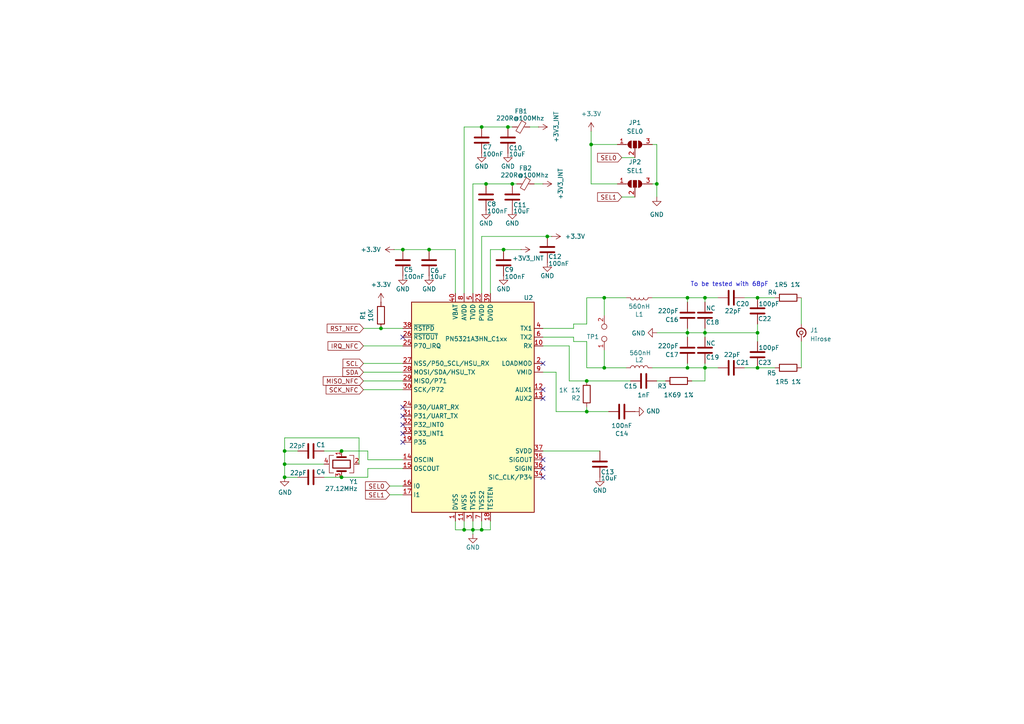
<source format=kicad_sch>
(kicad_sch (version 20231120) (generator "eeschema") (generator_version "8.0")
  (paper "A4")
  (lib_symbols
    (symbol "Connector:Conn_Coaxial_Small" (pin_numbers hide) (pin_names (offset 1.016) hide)
      (property "Reference" "J" (at 0.254 3.048 0))
      (property "Value" "Conn_Coaxial_Small" (at 0 -3.81 0))
      (symbol "Conn_Coaxial_Small_0_1"
        (polyline (pts (xy -2.54 0) (xy -0.508 0)))
        (circle (center 0 0) (radius 0.508) (stroke (width 0.2032)))
      )
      (symbol "Conn_Coaxial_Small_1_1"
        (arc (start -1.1916 -0.6311) (mid 0.327 -1.3081) (end 1.3484 0.0039) (stroke (width 0.3048)))
        (arc (start 1.3484 -0.0039) (mid 0.327 1.3081) (end -1.1916 0.6311) (stroke (width 0.3048)))
        (pin passive line (at -2.54 0 0) (length 1.27) (name "In") (number "1"))
        (pin passive line (at 2.54 0 180) (length 1.27) (name "Ext") (number "2"))
      )
    )
    (symbol "Connector:TestPoint_2Pole" (pin_names (offset 0.762) hide)
      (property "Reference" "TP" (at 0 1.524 0))
      (property "Value" "TestPoint_2Pole" (at 0 -1.778 0))
      (symbol "TestPoint_2Pole_0_1"
        (circle (center -1.778 0) (radius 0.762))
        (circle (center 1.778 0) (radius 0.762))
        (pin passive line (at -5.08 0 0) (length 2.54) (name "1") (number "1"))
        (pin passive line (at 5.08 0 180) (length 2.54) (name "2") (number "2"))
      )
    )
    (symbol "Device:C" (pin_numbers hide) (pin_names (offset 0.254))
      (property "Reference" "C" (at 0.635 2.54 0))
      (property "Value" "C" (at 0.635 -2.54 0))
      (symbol "C_0_1"
        (polyline (pts (xy -2.032 -0.762) (xy 2.032 -0.762)) (stroke (width 0.508)))
        (polyline (pts (xy -2.032 0.762) (xy 2.032 0.762)) (stroke (width 0.508)))
      )
      (symbol "C_1_1"
        (pin passive line (at 0 3.81 270) (length 2.794) (name "~") (number "1"))
        (pin passive line (at 0 -3.81 90) (length 2.794) (name "~") (number "2"))
      )
    )
    (symbol "Device:Crystal_GND24" (pin_names (offset 1.016) hide)
      (property "Reference" "Y" (at 3.175 5.08 0))
      (property "Value" "Crystal_GND24" (at 3.175 3.175 0))
      (symbol "Crystal_GND24_0_1"
        (rectangle (start -1.143 2.54) (end 1.143 -2.54) (stroke (width 0.3048)))
        (polyline (pts (xy -2.54 0) (xy -2.032 0)))
        (polyline (pts (xy -2.032 -1.27) (xy -2.032 1.27)) (stroke (width 0.508)))
        (polyline (pts (xy 0 -3.81) (xy 0 -3.556)))
        (polyline (pts (xy 0 3.556) (xy 0 3.81)))
        (polyline (pts (xy 2.032 -1.27) (xy 2.032 1.27)) (stroke (width 0.508)))
        (polyline (pts (xy 2.032 0) (xy 2.54 0)))
        (polyline (pts (xy -2.54 -2.286) (xy -2.54 -3.556) (xy 2.54 -3.556) (xy 2.54 -2.286)))
        (polyline (pts (xy -2.54 2.286) (xy -2.54 3.556) (xy 2.54 3.556) (xy 2.54 2.286)))
      )
      (symbol "Crystal_GND24_1_1"
        (pin passive line (at -3.81 0 0) (length 1.27) (name "1") (number "1"))
        (pin passive line (at 0 5.08 270) (length 1.27) (name "2") (number "2"))
        (pin passive line (at 3.81 0 180) (length 1.27) (name "3") (number "3"))
        (pin passive line (at 0 -5.08 90) (length 1.27) (name "4") (number "4"))
      )
    )
    (symbol "Device:FerriteBead_Small" (pin_numbers hide) (pin_names (offset 0))
      (property "Reference" "FB" (at 1.905 1.27 0))
      (property "Value" "FerriteBead_Small" (at 1.905 -1.27 0))
      (symbol "FerriteBead_Small_0_1"
        (polyline (pts (xy 0 -1.27) (xy 0 -0.7874)))
        (polyline (pts (xy 0 0.889) (xy 0 1.2954)))
        (polyline (pts (xy -1.8288 0.2794) (xy -1.1176 1.4986) (xy 1.8288 -0.2032) (xy 1.1176 -1.4224) (xy -1.8288 0.2794)))
      )
      (symbol "FerriteBead_Small_1_1"
        (pin passive line (at 0 2.54 270) (length 1.27) (name "~") (number "1"))
        (pin passive line (at 0 -2.54 90) (length 1.27) (name "~") (number "2"))
      )
    )
    (symbol "Device:L" (pin_numbers hide) (pin_names (offset 1.016) hide)
      (property "Reference" "L" (at -1.27 0 90))
      (property "Value" "L" (at 1.905 0 90))
      (symbol "L_0_1"
        (arc (start 0 -2.54) (mid 0.6323 -1.905) (end 0 -1.27))
        (arc (start 0 -1.27) (mid 0.6323 -0.635) (end 0 0))
        (arc (start 0 0) (mid 0.6323 0.635) (end 0 1.27))
        (arc (start 0 1.27) (mid 0.6323 1.905) (end 0 2.54))
      )
      (symbol "L_1_1"
        (pin passive line (at 0 3.81 270) (length 1.27) (name "1") (number "1"))
        (pin passive line (at 0 -3.81 90) (length 1.27) (name "2") (number "2"))
      )
    )
    (symbol "Device:R" (pin_numbers hide) (pin_names (offset 0))
      (property "Reference" "R" (at 2.032 0 90))
      (property "Value" "R" (at 0 0 90))
      (symbol "R_0_1"
        (rectangle (start -1.016 -2.54) (end 1.016 2.54) (stroke (width 0.254)))
      )
      (symbol "R_1_1"
        (pin passive line (at 0 3.81 270) (length 1.27) (name "~") (number "1"))
        (pin passive line (at 0 -3.81 90) (length 1.27) (name "~") (number "2"))
      )
    )
    (symbol "Jumper:SolderJumper_3_Open" (pin_names (offset 0) hide) (exclude_from_sim yes) (in_bom no)
      (property "Reference" "JP" (at -2.54 -2.54 0))
      (property "Value" "SolderJumper_3_Open" (at 0 2.794 0))
      (symbol "SolderJumper_3_Open_0_1"
        (arc (start -1.016 1.016) (mid -2.0276 0) (end -1.016 -1.016))
        (arc (start -1.016 1.016) (mid -2.0276 0) (end -1.016 -1.016) (fill (type outline)))
        (rectangle (start -0.508 1.016) (end 0.508 -1.016) (fill (type outline)))
        (polyline (pts (xy -2.54 0) (xy -2.032 0)))
        (polyline (pts (xy -1.016 1.016) (xy -1.016 -1.016)))
        (polyline (pts (xy 0 -1.27) (xy 0 -1.016)))
        (polyline (pts (xy 1.016 1.016) (xy 1.016 -1.016)))
        (polyline (pts (xy 2.54 0) (xy 2.032 0)))
        (arc (start 1.016 -1.016) (mid 2.0276 0) (end 1.016 1.016))
        (arc (start 1.016 -1.016) (mid 2.0276 0) (end 1.016 1.016) (fill (type outline)))
      )
      (symbol "SolderJumper_3_Open_1_1"
        (pin passive line (at -5.08 0 0) (length 2.54) (name "A") (number "1"))
        (pin passive line (at 0 -3.81 90) (length 2.54) (name "C") (number "2"))
        (pin passive line (at 5.08 0 180) (length 2.54) (name "B") (number "3"))
      )
    )
    (symbol "RF_NFC:PN5321A3HN_C1xx"
      (property "Reference" "U" (at -15.24 31.75 0))
      (property "Value" "PN5321A3HN_C1xx" (at 15.24 31.75 0))
      (symbol "PN5321A3HN_C1xx_0_1"
        (rectangle (start -17.78 30.48) (end 17.78 -30.48) (stroke (width 0.254)) (fill (type background)))
      )
      (symbol "PN5321A3HN_C1xx_1_1"
        (pin power_in line (at -5.08 -33.02 90) (length 2.54) (name "DVSS") (number "1"))
        (pin input line (at 20.32 17.78 180) (length 2.54) (name "RX") (number "10"))
        (pin power_in line (at -2.54 -33.02 90) (length 2.54) (name "AVSS") (number "11"))
        (pin output line (at 20.32 5.08 180) (length 2.54) (name "AUX1") (number "12"))
        (pin output line (at 20.32 2.54 180) (length 2.54) (name "AUX2") (number "13"))
        (pin input line (at -20.32 -15.24 0) (length 2.54) (name "OSCIN") (number "14"))
        (pin output line (at -20.32 -17.78 0) (length 2.54) (name "OSCOUT") (number "15"))
        (pin passive line (at -20.32 -22.86 0) (length 2.54) (name "I0") (number "16"))
        (pin passive line (at -20.32 -25.4 0) (length 2.54) (name "I1") (number "17"))
        (pin passive line (at 5.08 -33.02 90) (length 2.54) (name "TESTEN") (number "18"))
        (pin bidirectional line (at -20.32 -10.16 0) (length 2.54) (name "P35") (number "19"))
        (pin output line (at 20.32 12.7 180) (length 2.54) (name "LOADMOD") (number "2"))
        (pin no_connect line (at 17.78 -2.54 180) (length 2.54) hide (name "N.C.") (number "20"))
        (pin no_connect line (at 17.78 -5.08 180) (length 2.54) hide (name "N.C.") (number "21"))
        (pin no_connect line (at 17.78 -7.62 180) (length 2.54) hide (name "N.C.") (number "22"))
        (pin power_in line (at 2.54 33.02 270) (length 2.54) (name "PVDD") (number "23"))
        (pin bidirectional line (at -20.32 0 0) (length 2.54) (name "P30/UART_RX") (number "24"))
        (pin bidirectional line (at -20.32 17.78 0) (length 2.54) (name "P70_IRQ") (number "25"))
        (pin output line (at -20.32 20.32 0) (length 2.54) (name "~{RSTOUT}") (number "26"))
        (pin bidirectional line (at -20.32 12.7 0) (length 2.54) (name "NSS/P50_SCL/HSU_RX") (number "27"))
        (pin bidirectional line (at -20.32 10.16 0) (length 2.54) (name "MOSI/SDA/HSU_TX") (number "28"))
        (pin bidirectional line (at -20.32 7.62 0) (length 2.54) (name "MISO/P71") (number "29"))
        (pin power_in line (at 0 -33.02 90) (length 2.54) (name "TVSS1") (number "3"))
        (pin bidirectional line (at -20.32 5.08 0) (length 2.54) (name "SCK/P72") (number "30"))
        (pin bidirectional line (at -20.32 -2.54 0) (length 2.54) (name "P31/UART_TX") (number "31"))
        (pin bidirectional line (at -20.32 -5.08 0) (length 2.54) (name "P32_INT0") (number "32"))
        (pin bidirectional line (at -20.32 -7.62 0) (length 2.54) (name "P33_INT1") (number "33"))
        (pin bidirectional line (at 20.32 -20.32 180) (length 2.54) (name "SIC_CLK/P34") (number "34"))
        (pin output line (at 20.32 -15.24 180) (length 2.54) (name "SIGOUT") (number "35"))
        (pin input line (at 20.32 -17.78 180) (length 2.54) (name "SIGIN") (number "36"))
        (pin output line (at 20.32 -12.7 180) (length 2.54) (name "SVDD") (number "37"))
        (pin input line (at -20.32 22.86 0) (length 2.54) (name "~{RSTPD}") (number "38"))
        (pin power_out line (at 5.08 33.02 270) (length 2.54) (name "DVDD") (number "39"))
        (pin output line (at 20.32 22.86 180) (length 2.54) (name "TX1") (number "4"))
        (pin power_in line (at -5.08 33.02 270) (length 2.54) (name "VBAT") (number "40"))
        (pin passive line (at -2.54 -33.02 90) (length 2.54) hide (name "AVSS") (number "41"))
        (pin power_in line (at 0 33.02 270) (length 2.54) (name "TVDD") (number "5"))
        (pin output line (at 20.32 20.32 180) (length 2.54) (name "TX2") (number "6"))
        (pin power_in line (at 2.54 -33.02 90) (length 2.54) (name "TVSS2") (number "7"))
        (pin power_in line (at -2.54 33.02 270) (length 2.54) (name "AVDD") (number "8"))
        (pin output line (at 20.32 10.16 180) (length 2.54) (name "VMID") (number "9"))
      )
    )
    (symbol "power:+3.3V" (power) (pin_numbers hide) (pin_names (offset 0) hide)
      (property "Value" "+3.3V" (at 0 3.556 0))
      (symbol "+3.3V_0_1"
        (polyline (pts (xy -0.762 1.27) (xy 0 2.54)))
        (polyline (pts (xy 0 0) (xy 0 2.54)))
        (polyline (pts (xy 0 2.54) (xy 0.762 1.27)))
      )
      (symbol "+3.3V_1_1"
        (pin power_in line (at 0 0 90) (length 0) (name "~") (number "1"))
      )
    )
    (symbol "power:+3V3" (power) (pin_numbers hide) (pin_names (offset 0) hide)
      (property "Value" "+3V3" (at 0 3.556 0))
      (symbol "+3V3_0_1"
        (polyline (pts (xy -0.762 1.27) (xy 0 2.54)))
        (polyline (pts (xy 0 0) (xy 0 2.54)))
        (polyline (pts (xy 0 2.54) (xy 0.762 1.27)))
      )
      (symbol "+3V3_1_1"
        (pin power_in line (at 0 0 90) (length 0) (name "~") (number "1"))
      )
    )
    (symbol "power:GND" (power) (pin_numbers hide) (pin_names (offset 0) hide)
      (property "Value" "GND" (at 0 -3.81 0))
      (symbol "GND_0_1"
        (polyline (pts (xy 0 0) (xy 0 -1.27) (xy 1.27 -1.27) (xy 0 -2.54) (xy -1.27 -1.27) (xy 0 -1.27)))
      )
      (symbol "GND_1_1"
        (pin power_in line (at 0 0 270) (length 0) (name "~") (number "1"))
      )
    )
  )
  (junction (at 219.71 106.68))
  (junction (at 139.7 153.67))
  (junction (at 175.26 86.36))
  (junction (at 82.55 138.43))
  (junction (at 158.75 68.58))
  (junction (at 219.71 96.52))
  (junction (at 171.45 41.91))
  (junction (at 147.32 36.83))
  (junction (at 204.47 86.36))
  (junction (at 204.47 96.52))
  (junction (at 170.18 119.38))
  (junction (at 204.47 106.68))
  (junction (at 199.39 106.68))
  (junction (at 82.55 130.81))
  (junction (at 199.39 86.36))
  (junction (at 199.39 96.52))
  (junction (at 140.97 53.34))
  (junction (at 124.46 72.39))
  (junction (at 219.71 86.36))
  (junction (at 82.55 134.62))
  (junction (at 146.05 72.39))
  (junction (at 175.26 106.68))
  (junction (at 110.49 95.25))
  (junction (at 139.7 36.83))
  (junction (at 116.84 72.39))
  (junction (at 99.06 138.43))
  (junction (at 170.18 110.49))
  (junction (at 99.06 130.81))
  (junction (at 137.16 153.67))
  (junction (at 134.62 153.67))
  (junction (at 148.59 53.34))
  (junction (at 190.5 53.34))
  (no_connect (at 157.48 135.89))
  (no_connect (at 116.84 120.65))
  (no_connect (at 116.84 118.11))
  (no_connect (at 157.48 113.03))
  (no_connect (at 157.48 133.35))
  (no_connect (at 116.84 97.79))
  (no_connect (at 157.48 115.57))
  (no_connect (at 116.84 123.19))
  (no_connect (at 116.84 125.73))
  (no_connect (at 157.48 105.41))
  (no_connect (at 116.84 128.27))
  (no_connect (at 157.48 138.43))
  (wire (pts (xy 124.46 72.39) (xy 116.84 72.39)))
  (wire (pts (xy 165.1 100.33) (xy 165.1 110.49)))
  (wire (pts (xy 175.26 106.68) (xy 170.18 106.68)))
  (wire (pts (xy 204.47 106.68) (xy 199.39 106.68)))
  (wire (pts (xy 157.48 130.81) (xy 173.99 130.81)))
  (wire (pts (xy 105.41 107.95) (xy 116.84 107.95)))
  (wire (pts (xy 86.36 130.81) (xy 82.55 130.81)))
  (wire (pts (xy 104.14 134.62) (xy 104.14 127)))
  (wire (pts (xy 182.88 110.49) (xy 170.18 110.49)))
  (wire (pts (xy 190.5 41.91) (xy 190.5 53.34)))
  (wire (pts (xy 132.08 151.13) (xy 132.08 153.67)))
  (wire (pts (xy 106.68 135.89) (xy 106.68 138.43)))
  (wire (pts (xy 139.7 85.09) (xy 139.7 68.58)))
  (wire (pts (xy 170.18 93.98) (xy 170.18 86.36)))
  (wire (pts (xy 166.37 97.79) (xy 166.37 99.06)))
  (wire (pts (xy 158.75 68.58) (xy 160.02 68.58)))
  (wire (pts (xy 199.39 106.68) (xy 189.23 106.68)))
  (wire (pts (xy 181.61 86.36) (xy 175.26 86.36)))
  (wire (pts (xy 106.68 130.81) (xy 99.06 130.81)))
  (wire (pts (xy 157.48 53.34) (xy 154.94 53.34)))
  (wire (pts (xy 166.37 95.25) (xy 166.37 93.98)))
  (wire (pts (xy 105.41 110.49) (xy 116.84 110.49)))
  (wire (pts (xy 157.48 95.25) (xy 166.37 95.25)))
  (wire (pts (xy 114.3 72.39) (xy 116.84 72.39)))
  (wire (pts (xy 157.48 97.79) (xy 166.37 97.79)))
  (wire (pts (xy 105.41 113.03) (xy 116.84 113.03)))
  (wire (pts (xy 166.37 93.98) (xy 170.18 93.98)))
  (wire (pts (xy 105.41 105.41) (xy 116.84 105.41)))
  (wire (pts (xy 175.26 91.44) (xy 175.26 86.36)))
  (wire (pts (xy 189.23 53.34) (xy 190.5 53.34)))
  (wire (pts (xy 137.16 53.34) (xy 140.97 53.34)))
  (wire (pts (xy 199.39 96.52) (xy 190.5 96.52)))
  (wire (pts (xy 132.08 153.67) (xy 134.62 153.67)))
  (wire (pts (xy 204.47 86.36) (xy 208.28 86.36)))
  (wire (pts (xy 137.16 85.09) (xy 137.16 53.34)))
  (wire (pts (xy 166.37 99.06) (xy 170.18 99.06)))
  (wire (pts (xy 142.24 85.09) (xy 142.24 72.39)))
  (wire (pts (xy 142.24 72.39) (xy 146.05 72.39)))
  (wire (pts (xy 134.62 36.83) (xy 139.7 36.83)))
  (wire (pts (xy 199.39 87.63) (xy 199.39 86.36)))
  (wire (pts (xy 161.29 119.38) (xy 170.18 119.38)))
  (wire (pts (xy 219.71 96.52) (xy 219.71 99.06)))
  (wire (pts (xy 204.47 95.25) (xy 204.47 96.52)))
  (wire (pts (xy 105.41 95.25) (xy 110.49 95.25)))
  (wire (pts (xy 204.47 105.41) (xy 204.47 106.68)))
  (wire (pts (xy 170.18 106.68) (xy 170.18 99.06)))
  (wire (pts (xy 105.41 100.33) (xy 116.84 100.33)))
  (wire (pts (xy 219.71 93.98) (xy 219.71 96.52)))
  (wire (pts (xy 215.9 106.68) (xy 219.71 106.68)))
  (wire (pts (xy 82.55 127) (xy 82.55 130.81)))
  (wire (pts (xy 219.71 106.68) (xy 224.79 106.68)))
  (wire (pts (xy 171.45 38.1) (xy 171.45 41.91)))
  (wire (pts (xy 134.62 85.09) (xy 134.62 36.83)))
  (wire (pts (xy 134.62 153.67) (xy 137.16 153.67)))
  (wire (pts (xy 181.61 106.68) (xy 175.26 106.68)))
  (wire (pts (xy 139.7 36.83) (xy 147.32 36.83)))
  (wire (pts (xy 146.05 72.39) (xy 151.13 72.39)))
  (wire (pts (xy 113.03 143.51) (xy 116.84 143.51)))
  (wire (pts (xy 199.39 97.79) (xy 199.39 96.52)))
  (wire (pts (xy 110.49 95.25) (xy 116.84 95.25)))
  (wire (pts (xy 180.34 57.15) (xy 184.15 57.15)))
  (wire (pts (xy 157.48 107.95) (xy 161.29 107.95)))
  (wire (pts (xy 204.47 86.36) (xy 199.39 86.36)))
  (wire (pts (xy 200.66 110.49) (xy 204.47 110.49)))
  (wire (pts (xy 179.07 53.34) (xy 171.45 53.34)))
  (wire (pts (xy 137.16 151.13) (xy 137.16 153.67)))
  (wire (pts (xy 170.18 119.38) (xy 170.18 118.11)))
  (wire (pts (xy 204.47 96.52) (xy 199.39 96.52)))
  (wire (pts (xy 199.39 96.52) (xy 199.39 95.25)))
  (wire (pts (xy 232.41 99.06) (xy 232.41 106.68)))
  (wire (pts (xy 86.36 138.43) (xy 82.55 138.43)))
  (wire (pts (xy 137.16 153.67) (xy 137.16 154.94)))
  (wire (pts (xy 93.98 134.62) (xy 82.55 134.62)))
  (wire (pts (xy 232.41 86.36) (xy 232.41 93.98)))
  (wire (pts (xy 189.23 41.91) (xy 190.5 41.91)))
  (wire (pts (xy 106.68 133.35) (xy 116.84 133.35)))
  (wire (pts (xy 175.26 106.68) (xy 175.26 101.6)))
  (wire (pts (xy 106.68 133.35) (xy 106.68 130.81)))
  (wire (pts (xy 156.21 36.83) (xy 153.67 36.83)))
  (wire (pts (xy 204.47 96.52) (xy 204.47 97.79)))
  (wire (pts (xy 219.71 86.36) (xy 224.79 86.36)))
  (wire (pts (xy 142.24 153.67) (xy 142.24 151.13)))
  (wire (pts (xy 147.32 36.83) (xy 148.59 36.83)))
  (wire (pts (xy 139.7 151.13) (xy 139.7 153.67)))
  (wire (pts (xy 199.39 106.68) (xy 199.39 105.41)))
  (wire (pts (xy 104.14 127) (xy 82.55 127)))
  (wire (pts (xy 106.68 135.89) (xy 116.84 135.89)))
  (wire (pts (xy 106.68 138.43) (xy 99.06 138.43)))
  (wire (pts (xy 171.45 41.91) (xy 179.07 41.91)))
  (wire (pts (xy 139.7 153.67) (xy 142.24 153.67)))
  (wire (pts (xy 140.97 53.34) (xy 148.59 53.34)))
  (wire (pts (xy 170.18 110.49) (xy 165.1 110.49)))
  (wire (pts (xy 157.48 100.33) (xy 165.1 100.33)))
  (wire (pts (xy 193.04 110.49) (xy 190.5 110.49)))
  (wire (pts (xy 139.7 68.58) (xy 158.75 68.58)))
  (wire (pts (xy 219.71 96.52) (xy 204.47 96.52)))
  (wire (pts (xy 99.06 130.81) (xy 93.98 130.81)))
  (wire (pts (xy 99.06 138.43) (xy 93.98 138.43)))
  (wire (pts (xy 176.53 119.38) (xy 170.18 119.38)))
  (wire (pts (xy 132.08 72.39) (xy 124.46 72.39)))
  (wire (pts (xy 190.5 53.34) (xy 190.5 57.15)))
  (wire (pts (xy 148.59 53.34) (xy 149.86 53.34)))
  (wire (pts (xy 113.03 140.97) (xy 116.84 140.97)))
  (wire (pts (xy 175.26 86.36) (xy 170.18 86.36)))
  (wire (pts (xy 134.62 151.13) (xy 134.62 153.67)))
  (wire (pts (xy 82.55 130.81) (xy 82.55 134.62)))
  (wire (pts (xy 82.55 138.43) (xy 82.55 134.62)))
  (wire (pts (xy 137.16 153.67) (xy 139.7 153.67)))
  (wire (pts (xy 171.45 53.34) (xy 171.45 41.91)))
  (wire (pts (xy 204.47 106.68) (xy 208.28 106.68)))
  (wire (pts (xy 180.34 45.72) (xy 184.15 45.72)))
  (wire (pts (xy 204.47 87.63) (xy 204.47 86.36)))
  (wire (pts (xy 199.39 86.36) (xy 189.23 86.36)))
  (wire (pts (xy 204.47 110.49) (xy 204.47 106.68)))
  (wire (pts (xy 215.9 86.36) (xy 219.71 86.36)))
  (wire (pts (xy 132.08 85.09) (xy 132.08 72.39)))
  (wire (pts (xy 161.29 107.95) (xy 161.29 119.38)))
  (text "To be tested with 68pF" (at 211.582 82.55 0) (effects (font (size 1.27 1.27))))
  (global_label "SEL0" (shape input) (at 113.03 140.97 180) (property "Intersheetrefs" "${INTERSHEET_REFS}" (effects (hide yes))))
  (global_label "SDA" (shape input) (at 105.41 107.95 180) (property "Intersheetrefs" "${INTERSHEET_REFS}" (effects (hide yes))))
  (global_label "SEL1" (shape input) (at 113.03 143.51 180) (property "Intersheetrefs" "${INTERSHEET_REFS}" (effects (hide yes))))
  (global_label "SEL0" (shape input) (at 180.34 45.72 180) (property "Intersheetrefs" "${INTERSHEET_REFS}" (effects (hide yes))))
  (global_label "SCK_NFC" (shape input) (at 105.41 113.03 180) (property "Intersheetrefs" "${INTERSHEET_REFS}" (effects (hide yes))))
  (global_label "RST_NFC" (shape input) (at 105.41 95.25 180) (property "Intersheetrefs" "${INTERSHEET_REFS}" (effects (hide yes))))
  (global_label "SCL" (shape input) (at 105.41 105.41 180) (property "Intersheetrefs" "${INTERSHEET_REFS}" (effects (hide yes))))
  (global_label "IRQ_NFC" (shape input) (at 105.41 100.33 180) (property "Intersheetrefs" "${INTERSHEET_REFS}" (effects (hide yes))))
  (global_label "MISO_NFC" (shape input) (at 105.41 110.49 180) (property "Intersheetrefs" "${INTERSHEET_REFS}" (effects (hide yes))))
  (global_label "SEL1" (shape input) (at 180.34 57.15 180) (property "Intersheetrefs" "${INTERSHEET_REFS}" (effects (hide yes))))
  (symbol (lib_id "RF_NFC:PN5321A3HN_C1xx") (at 137.16 118.11 0) (unit 1)
    (property "Reference" "U2" (at 151.892 86.36 0) (effects (justify left)))
    (property "Value" "PN5321A3HN_C1xx" (at 129.032 98.298 0) (effects (justify left)))
    (property "Footprint" "Package_DFN_QFN:HVQFN-40-1EP_6x6mm_P0.5mm_EP4.1x4.1mm" (effects (hide yes)))
    (property "Datasheet" "https://www.nxp.com/docs/en/nxp/data-sheets/PN532_C1.pdf" (effects (hide yes)))
    (property "Description" "Near Field Communication (NFC) controller, QFN-40" (effects (hide yes)))
  )
  (symbol (lib_id "power:GND") (at 137.16 154.94 0) (unit 1)
    (property "Reference" "#PWR06" (effects (hide yes)))
    (property "Value" "GND" (at 137.16 158.75 0))
    (property "Description" "Power symbol creates a global label with name \"GND\" , ground" (effects (hide yes)))
  )
  (symbol (lib_id "Device:C") (at 146.05 76.2 180) (unit 1)
    (property "Reference" "C9" (at 146.304 78.232 0) (effects (justify right)))
    (property "Value" "100nF" (at 146.304 80.264 0) (effects (justify right)))
    (property "Footprint" "Capacitor_SMD:C_0603_1608Metric" (effects (hide yes)))
    (property "Description" "Unpolarized capacitor" (effects (hide yes)))
  )
  (symbol (lib_id "power:GND") (at 190.5 96.52 270) (unit 1)
    (property "Reference" "#PWR021" (effects (hide yes)))
    (property "Value" "GND" (at 187.2488 96.647 90) (effects (justify right)))
  )
  (symbol (lib_id "Connector:Conn_Coaxial_Small") (at 232.41 96.52 90) (unit 1)
    (property "Reference" "J1" (at 234.95 95.7694 90) (effects (justify right)))
    (property "Value" "Hirose" (at 234.95 98.3094 90) (effects (justify right)))
    (property "Footprint" "Connector_Coaxial:U.FL_Hirose_U.FL-R-SMT-1_Vertical" (effects (hide yes)))
    (property "Description" "small coaxial connector (BNC, SMA, SMB, SMC, Cinch/RCA, LEMO, ...)" (effects (hide yes)))
  )
  (symbol (lib_id "Device:C") (at 116.84 76.2 180) (unit 1)
    (property "Reference" "C5" (at 117.094 78.232 0) (effects (justify right)))
    (property "Value" "100nF" (at 117.094 80.264 0) (effects (justify right)))
    (property "Footprint" "Capacitor_SMD:C_0603_1608Metric" (effects (hide yes)))
    (property "Description" "Unpolarized capacitor" (effects (hide yes)))
  )
  (symbol (lib_id "Device:C") (at 148.59 57.15 0) (unit 1)
    (property "Reference" "C11" (at 148.844 59.436 0) (effects (justify left)))
    (property "Value" "10uF" (at 148.844 61.214 0) (effects (justify left)))
    (property "Footprint" "Capacitor_SMD:C_0805_2012Metric" (effects (hide yes)))
    (property "Description" "Unpolarized capacitor" (effects (hide yes)))
  )
  (symbol (lib_id "Device:R") (at 170.18 114.3 0) (unit 1)
    (property "Reference" "R2" (at 168.402 115.4684 0) (effects (justify right)))
    (property "Value" "1K 1%" (at 168.402 113.157 0) (effects (justify right)))
    (property "Footprint" "RevK:R_0603" (effects (hide yes)))
    (property "Datasheet" "https://www.mouser.co.uk/ProductDetail/71-CRCW06031K00FKEAC" (effects (hide yes)))
    (property "Note" "0603" (effects (hide yes)))
    (property "Part No" "CRCW06031K00FKEAC" (effects (hide yes)))
    (property "Manufacturer" "Vishay / Dale" (effects (hide yes)))
  )
  (symbol (lib_id "Device:L") (at 185.42 86.36 270) (unit 1)
    (property "Reference" "L1" (at 185.42 91.186 90))
    (property "Value" "560nH" (at 185.42 88.8746 90))
    (property "Footprint" "RevK:L_1206_1008" (effects (hide yes)))
    (property "Datasheet" "https://www.mouser.co.uk/ProductDetail/81-LQW2UASR56G00L" (effects (hide yes)))
    (property "Note" "High quality inductor" (effects (hide yes)))
    (property "Part No" "LQW2UASR56G00L" (effects (hide yes)))
    (property "Manufacturer" "Murata Electronics" (effects (hide yes)))
  )
  (symbol (lib_id "Device:R") (at 110.49 91.44 0) (unit 1)
    (property "Reference" "R1" (at 105.2322 91.44 90))
    (property "Value" "10K" (at 107.5436 91.44 90))
    (property "Footprint" "RevK:R_0603" (effects (hide yes)))
    (property "Part No" "0603-10K" (effects (hide yes)))
  )
  (symbol (lib_id "power:+3.3V") (at 114.3 72.39 90) (unit 1)
    (property "Reference" "#PWR03" (effects (hide yes)))
    (property "Value" "+3.3V" (at 110.49 72.3899 90) (effects (justify left)))
    (property "Description" "Power symbol creates a global label with name \"+3.3V\"" (effects (hide yes)))
  )
  (symbol (lib_id "Device:C") (at 140.97 57.15 180) (unit 1)
    (property "Reference" "C8" (at 141.224 59.182 0) (effects (justify right)))
    (property "Value" "100nF" (at 141.224 61.214 0) (effects (justify right)))
    (property "Footprint" "Capacitor_SMD:C_0603_1608Metric" (effects (hide yes)))
    (property "Description" "Unpolarized capacitor" (effects (hide yes)))
  )
  (symbol (lib_id "power:+3.3V") (at 160.02 68.58 270) (unit 1)
    (property "Reference" "#PWR016" (effects (hide yes)))
    (property "Value" "+3.3V" (at 163.83 68.5799 90) (effects (justify left)))
    (property "Description" "Power symbol creates a global label with name \"+3.3V\"" (effects (hide yes)))
  )
  (symbol (lib_id "power:GND") (at 146.05 80.01 0) (unit 1)
    (property "Reference" "#PWR09" (effects (hide yes)))
    (property "Value" "GND" (at 146.05 83.82 0))
    (property "Description" "Power symbol creates a global label with name \"GND\" , ground" (effects (hide yes)))
  )
  (symbol (lib_id "power:+3.3V") (at 110.49 87.63 0) (unit 1)
    (property "Reference" "#PWR02" (effects (hide yes)))
    (property "Value" "+3.3V" (at 110.49 82.55 0))
    (property "Description" "Power symbol creates a global label with name \"+3.3V\"" (effects (hide yes)))
  )
  (symbol (lib_id "Jumper:SolderJumper_3_Open") (at 184.15 53.34 0) (unit 1) (exclude_from_sim yes) (in_bom no)
    (property "Reference" "JP2" (at 184.15 46.99 0))
    (property "Value" "SEL1" (at 184.15 49.53 0))
    (property "Description" "Solder Jumper, 3-pole, open" (effects (hide yes)))
  )
  (symbol (lib_id "power:GND") (at 148.59 60.96 0) (unit 1)
    (property "Reference" "#PWR011" (effects (hide yes)))
    (property "Value" "GND" (at 148.59 64.77 0))
    (property "Description" "Power symbol creates a global label with name \"GND\" , ground" (effects (hide yes)))
  )
  (symbol (lib_id "Device:Crystal_GND24") (at 99.06 134.62 270) (unit 1)
    (property "Reference" "Y1" (at 101.346 139.7 90) (effects (justify left)))
    (property "Value" "27.12MHz" (at 94.234 141.732 90) (effects (justify left)))
    (property "Footprint" "RevK:Crystal-3.2x2.5" (effects (hide yes)))
    (property "Datasheet" "https://www.mouser.co.uk/ProductDetail/815-ABM81-271-10B1UT" (effects (hide yes)))
    (property "Part No" "ABM81-27.120MHZ-10-B1U-T3" (effects (hide yes)))
    (property "Manufacturer" "ABRACON" (effects (hide yes)))
  )
  (symbol (lib_id "Device:FerriteBead_Small") (at 152.4 53.34 90) (unit 1)
    (property "Reference" "FB2" (at 152.4 48.768 90))
    (property "Value" "220R@100Mhz" (at 152.146 50.8 90))
    (property "Footprint" "Inductor_SMD:L_0603_1608Metric" (effects (hide yes)))
    (property "Description" "Ferrite bead, small symbol" (effects (hide yes)))
  )
  (symbol (lib_id "Device:R") (at 228.6 86.36 90) (unit 1)
    (property "Reference" "R4" (at 224.028 84.836 90))
    (property "Value" "1R5 1%" (at 228.346 82.55 90))
    (property "Footprint" "RevK:R_0603" (effects (hide yes)))
    (property "Datasheet" "https://www.mouser.co.uk/ProductDetail/Vishay-Dale/CRCW06031R50FKEA" (effects (hide yes)))
    (property "Note" "0603" (effects (hide yes)))
    (property "Part No" "CRCW06031R50FKEA" (effects (hide yes)))
    (property "Manufacturer" "YAGEO" (effects (hide yes)))
  )
  (symbol (lib_id "power:+3V3") (at 151.13 72.39 270) (unit 1)
    (property "Reference" "#PWR012" (effects (hide yes)))
    (property "Value" "+3V3_INT" (at 153.162 74.93 90))
    (property "Description" "Power symbol creates a global label with name \"+3V3\"" (effects (hide yes)))
  )
  (symbol (lib_id "power:GND") (at 147.32 44.45 0) (unit 1)
    (property "Reference" "#PWR010" (effects (hide yes)))
    (property "Value" "GND" (at 147.32 48.26 0))
    (property "Description" "Power symbol creates a global label with name \"GND\" , ground" (effects (hide yes)))
  )
  (symbol (lib_id "Device:L") (at 185.42 106.68 90) (unit 1)
    (property "Reference" "L2" (at 185.42 104.394 90))
    (property "Value" "560nH" (at 185.674 102.362 90))
    (property "Footprint" "RevK:L_1206_1008" (effects (hide yes)))
    (property "Datasheet" "https://www.mouser.co.uk/ProductDetail/81-LQW2UASR56G00L" (effects (hide yes)))
    (property "Note" "High quality inductor" (effects (hide yes)))
    (property "Part No" "LQW2UASR56G00L" (effects (hide yes)))
    (property "Manufacturer" "Murata Electronics" (effects (hide yes)))
  )
  (symbol (lib_id "Device:C") (at 124.46 76.2 0) (unit 1)
    (property "Reference" "C6" (at 124.714 78.486 0) (effects (justify left)))
    (property "Value" "10uF" (at 124.714 80.264 0) (effects (justify left)))
    (property "Footprint" "Capacitor_SMD:C_0805_2012Metric" (effects (hide yes)))
    (property "Description" "Unpolarized capacitor" (effects (hide yes)))
  )
  (symbol (lib_id "Device:C") (at 158.75 72.39 180) (unit 1)
    (property "Reference" "C12" (at 159.004 74.422 0) (effects (justify right)))
    (property "Value" "100nF" (at 159.004 76.454 0) (effects (justify right)))
    (property "Footprint" "Capacitor_SMD:C_0603_1608Metric" (effects (hide yes)))
    (property "Description" "Unpolarized capacitor" (effects (hide yes)))
  )
  (symbol (lib_id "Jumper:SolderJumper_3_Open") (at 184.15 41.91 0) (unit 1) (exclude_from_sim yes) (in_bom no)
    (property "Reference" "JP1" (at 184.15 35.56 0))
    (property "Value" "SEL0" (at 184.15 38.1 0))
    (property "Description" "Solder Jumper, 3-pole, open" (effects (hide yes)))
  )
  (symbol (lib_id "power:+3V3") (at 156.21 36.83 270) (unit 1)
    (property "Reference" "#PWR013" (effects (hide yes)))
    (property "Value" "+3V3_INT" (at 161.29 36.83 0))
    (property "Description" "Power symbol creates a global label with name \"+3V3\"" (effects (hide yes)))
  )
  (symbol (lib_id "power:GND") (at 139.7 44.45 0) (unit 1)
    (property "Reference" "#PWR07" (effects (hide yes)))
    (property "Value" "GND" (at 139.7 48.26 0))
    (property "Description" "Power symbol creates a global label with name \"GND\" , ground" (effects (hide yes)))
  )
  (symbol (lib_id "power:GND") (at 173.99 138.43 0) (unit 1)
    (property "Reference" "#PWR018" (effects (hide yes)))
    (property "Value" "GND" (at 173.99 142.24 0))
    (property "Description" "Power symbol creates a global label with name \"GND\" , ground" (effects (hide yes)))
  )
  (symbol (lib_id "Device:C") (at 212.09 86.36 90) (unit 1)
    (property "Reference" "C20" (at 215.392 88.138 90))
    (property "Value" "22pF" (at 212.598 90.17 90))
    (property "Footprint" "RevK:C_0603" (effects (hide yes)))
    (property "Datasheet" "https://www.mouser.co.uk/ProductDetail/791-0603N220F500CT" (effects (hide yes)))
    (property "Note" "0603" (effects (hide yes)))
    (property "Part No" "0603N220F500CT" (effects (hide yes)))
    (property "Manufacturer" "Walsin" (effects (hide yes)))
  )
  (symbol (lib_id "Device:C") (at 212.09 106.68 90) (unit 1)
    (property "Reference" "C21" (at 215.392 105.156 90))
    (property "Value" "22pF" (at 212.344 102.87 90))
    (property "Footprint" "RevK:C_0603" (effects (hide yes)))
    (property "Datasheet" "https://www.mouser.co.uk/ProductDetail/791-0603N220F500CT" (effects (hide yes)))
    (property "Note" "0603" (effects (hide yes)))
    (property "Part No" "0603N220F500CT" (effects (hide yes)))
    (property "Manufacturer" "Walsin" (effects (hide yes)))
  )
  (symbol (lib_id "Device:C") (at 90.17 138.43 270) (unit 1)
    (property "Reference" "C4" (at 91.694 136.906 90) (effects (justify left)))
    (property "Value" "22pF" (at 84.074 137.16 90) (effects (justify left)))
    (property "Footprint" "RevK:C_0603" (effects (hide yes)))
    (property "Part No" "0603-22pF-50V" (effects (hide yes)))
  )
  (symbol (lib_id "Device:C") (at 147.32 40.64 0) (unit 1)
    (property "Reference" "C10" (at 147.574 42.926 0) (effects (justify left)))
    (property "Value" "10uF" (at 147.574 44.704 0) (effects (justify left)))
    (property "Footprint" "Capacitor_SMD:C_0805_2012Metric" (effects (hide yes)))
    (property "Description" "Unpolarized capacitor" (effects (hide yes)))
  )
  (symbol (lib_id "power:GND") (at 124.46 80.01 0) (unit 1)
    (property "Reference" "#PWR05" (effects (hide yes)))
    (property "Value" "GND" (at 124.46 83.82 0))
    (property "Description" "Power symbol creates a global label with name \"GND\" , ground" (effects (hide yes)))
  )
  (symbol (lib_id "power:GND") (at 140.97 60.96 0) (unit 1)
    (property "Reference" "#PWR08" (effects (hide yes)))
    (property "Value" "GND" (at 140.97 64.77 0))
    (property "Description" "Power symbol creates a global label with name \"GND\" , ground" (effects (hide yes)))
  )
  (symbol (lib_id "power:+3V3") (at 157.48 53.34 270) (unit 1)
    (property "Reference" "#PWR014" (effects (hide yes)))
    (property "Value" "+3V3_INT" (at 162.56 53.34 0))
    (property "Description" "Power symbol creates a global label with name \"+3V3\"" (effects (hide yes)))
  )
  (symbol (lib_id "Device:C") (at 173.99 134.62 0) (unit 1)
    (property "Reference" "C13" (at 174.244 136.906 0) (effects (justify left)))
    (property "Value" "10uF" (at 174.244 138.684 0) (effects (justify left)))
    (property "Footprint" "Capacitor_SMD:C_0805_2012Metric" (effects (hide yes)))
    (property "Description" "Unpolarized capacitor" (effects (hide yes)))
  )
  (symbol (lib_id "Device:C") (at 186.69 110.49 90) (unit 1)
    (property "Reference" "C15" (at 182.88 112.014 90))
    (property "Value" "1nF" (at 186.69 114.5794 90))
    (property "Footprint" "RevK:C_0603" (effects (hide yes)))
    (property "Datasheet" "https://www.mouser.co.uk/ProductDetail/77-VJ0603A102GXAPBC" (effects (hide yes)))
    (property "Note" "0603" (effects (hide yes)))
    (property "Part No" "VJ0603A102GXAPW1BC" (effects (hide yes)))
    (property "Manufacturer" "Vishay / Vitramon" (effects (hide yes)))
  )
  (symbol (lib_id "power:GND") (at 116.84 80.01 0) (unit 1)
    (property "Reference" "#PWR04" (effects (hide yes)))
    (property "Value" "GND" (at 116.84 83.82 0))
    (property "Description" "Power symbol creates a global label with name \"GND\" , ground" (effects (hide yes)))
  )
  (symbol (lib_id "Device:C") (at 204.47 91.44 180) (unit 1)
    (property "Reference" "C18" (at 204.724 93.472 0) (effects (justify right)))
    (property "Value" "NC" (at 204.724 89.408 0) (effects (justify right)))
    (property "Footprint" "Capacitor_SMD:C_0603_1608Metric" (effects (hide yes)))
    (property "Description" "Unpolarized capacitor" (effects (hide yes)))
  )
  (symbol (lib_id "power:GND") (at 82.55 138.43 0) (unit 1)
    (property "Reference" "#PWR01" (effects (hide yes)))
    (property "Value" "GND" (at 82.677 142.8242 0))
  )
  (symbol (lib_id "Connector:TestPoint_2Pole") (at 175.26 96.52 90) (unit 1) (in_bom no)
    (property "Reference" "TP1" (at 173.7868 97.6884 90) (effects (justify left)))
    (property "Value" "TestPoint_2Pole" (effects (hide yes)))
    (property "Footprint" "RevK:PN532-RF-Test" (effects (hide yes)))
    (property "Note" "No part, PCB printed" (effects (hide yes)))
  )
  (symbol (lib_id "Device:C") (at 139.7 40.64 180) (unit 1)
    (property "Reference" "C7" (at 139.954 42.672 0) (effects (justify right)))
    (property "Value" "100nF" (at 139.954 44.704 0) (effects (justify right)))
    (property "Footprint" "Capacitor_SMD:C_0603_1608Metric" (effects (hide yes)))
    (property "Description" "Unpolarized capacitor" (effects (hide yes)))
  )
  (symbol (lib_id "power:+3.3V") (at 171.45 38.1 0) (unit 1)
    (property "Reference" "#PWR017" (effects (hide yes)))
    (property "Value" "+3.3V" (at 171.45 33.02 0))
    (property "Description" "Power symbol creates a global label with name \"+3.3V\"" (effects (hide yes)))
  )
  (symbol (lib_id "Device:C") (at 219.71 102.87 180) (unit 1)
    (property "Reference" "C23" (at 223.774 105.156 0) (effects (justify left)))
    (property "Value" "100pF" (at 226.06 100.838 0) (effects (justify left)))
    (property "Footprint" "RevK:C_0603" (effects (hide yes)))
    (property "Part No" "0603-100pF-50V" (effects (hide yes)))
  )
  (symbol (lib_id "Device:C") (at 180.34 119.38 90) (unit 1)
    (property "Reference" "C14" (at 180.34 125.7808 90))
    (property "Value" "100nF" (at 180.34 123.4694 90))
    (property "Footprint" "RevK:C_0603" (effects (hide yes)))
    (property "Part No" "0603-100nF-25V" (effects (hide yes)))
  )
  (symbol (lib_id "Device:C") (at 219.71 90.17 180) (unit 1)
    (property "Reference" "C22" (at 223.774 92.456 0) (effects (justify left)))
    (property "Value" "100pF" (at 226.06 88.138 0) (effects (justify left)))
    (property "Footprint" "RevK:C_0603" (effects (hide yes)))
    (property "Part No" "0603-100pF-50V" (effects (hide yes)))
  )
  (symbol (lib_id "Device:R") (at 196.85 110.49 90) (unit 1)
    (property "Reference" "R3" (at 192.024 112.014 90))
    (property "Value" "1K69 1%" (at 196.85 114.554 90))
    (property "Footprint" "RevK:R_0603" (effects (hide yes)))
    (property "Datasheet" "https://www.mouser.co.uk/ProductDetail/603-RC0603FR-101K69L" (effects (hide yes)))
    (property "Note" "0603" (effects (hide yes)))
    (property "Part No" "RC0603FR-101K69L" (effects (hide yes)))
    (property "Manufacturer" "YAGEO" (effects (hide yes)))
  )
  (symbol (lib_id "Device:C") (at 204.47 101.6 180) (unit 1)
    (property "Reference" "C19" (at 204.724 103.632 0) (effects (justify right)))
    (property "Value" "NC" (at 204.724 99.568 0) (effects (justify right)))
    (property "Footprint" "Capacitor_SMD:C_0603_1608Metric" (effects (hide yes)))
    (property "Description" "Unpolarized capacitor" (effects (hide yes)))
  )
  (symbol (lib_id "power:GND") (at 190.5 57.15 0) (unit 1)
    (property "Reference" "#PWR020" (effects (hide yes)))
    (property "Value" "GND" (at 190.5 62.23 0))
    (property "Description" "Power symbol creates a global label with name \"GND\" , ground" (effects (hide yes)))
  )
  (symbol (lib_id "power:GND") (at 184.15 119.38 90) (unit 1)
    (property "Reference" "#PWR019" (effects (hide yes)))
    (property "Value" "GND" (at 187.4012 119.253 90) (effects (justify right)))
  )
  (symbol (lib_id "Device:C") (at 199.39 91.44 180) (unit 1)
    (property "Reference" "C16" (at 196.85 92.71 0) (effects (justify left)))
    (property "Value" "220pF" (at 196.85 90.17 0) (effects (justify left)))
    (property "Footprint" "RevK:C_0603" (effects (hide yes)))
    (property "Part No" "0603-220pF-50V" (effects (hide yes)))
  )
  (symbol (lib_id "power:GND") (at 158.75 76.2 0) (unit 1)
    (property "Reference" "#PWR015" (effects (hide yes)))
    (property "Value" "GND" (at 158.75 80.01 0))
    (property "Description" "Power symbol creates a global label with name \"GND\" , ground" (effects (hide yes)))
  )
  (symbol (lib_id "Device:C") (at 199.39 101.6 0) (unit 1)
    (property "Reference" "C17" (at 196.85 102.87 0) (effects (justify right)))
    (property "Value" "220pF" (at 196.85 100.33 0) (effects (justify right)))
    (property "Footprint" "RevK:C_0603" (effects (hide yes)))
    (property "Part No" "0603-220pF-50V" (effects (hide yes)))
  )
  (symbol (lib_id "Device:C") (at 90.17 130.81 270) (unit 1)
    (property "Reference" "C1" (at 91.694 129.032 90) (effects (justify left)))
    (property "Value" "22pF" (at 83.82 129.286 90) (effects (justify left)))
    (property "Footprint" "RevK:C_0603" (effects (hide yes)))
    (property "Part No" "0603-22pF-50V" (effects (hide yes)))
  )
  (symbol (lib_id "Device:FerriteBead_Small") (at 151.13 36.83 90) (unit 1)
    (property "Reference" "FB1" (at 151.13 32.258 90))
    (property "Value" "220R@100Mhz" (at 150.876 34.29 90))
    (property "Footprint" "Inductor_SMD:L_0603_1608Metric" (effects (hide yes)))
    (property "Description" "Ferrite bead, small symbol" (effects (hide yes)))
  )
  (symbol (lib_id "Device:R") (at 228.6 106.68 90) (unit 1)
    (property "Reference" "R5" (at 223.774 108.204 90))
    (property "Value" "1R5 1%" (at 228.6 110.744 90))
    (property "Footprint" "RevK:R_0603" (effects (hide yes)))
    (property "Datasheet" "https://www.mouser.co.uk/ProductDetail/Vishay-Dale/CRCW06031R50FKEA" (effects (hide yes)))
    (property "Note" "0603" (effects (hide yes)))
    (property "Part No" "CRCW06031R50FKEA" (effects (hide yes)))
    (property "Manufacturer" "YAGEO" (effects (hide yes)))
  )
)
</source>
